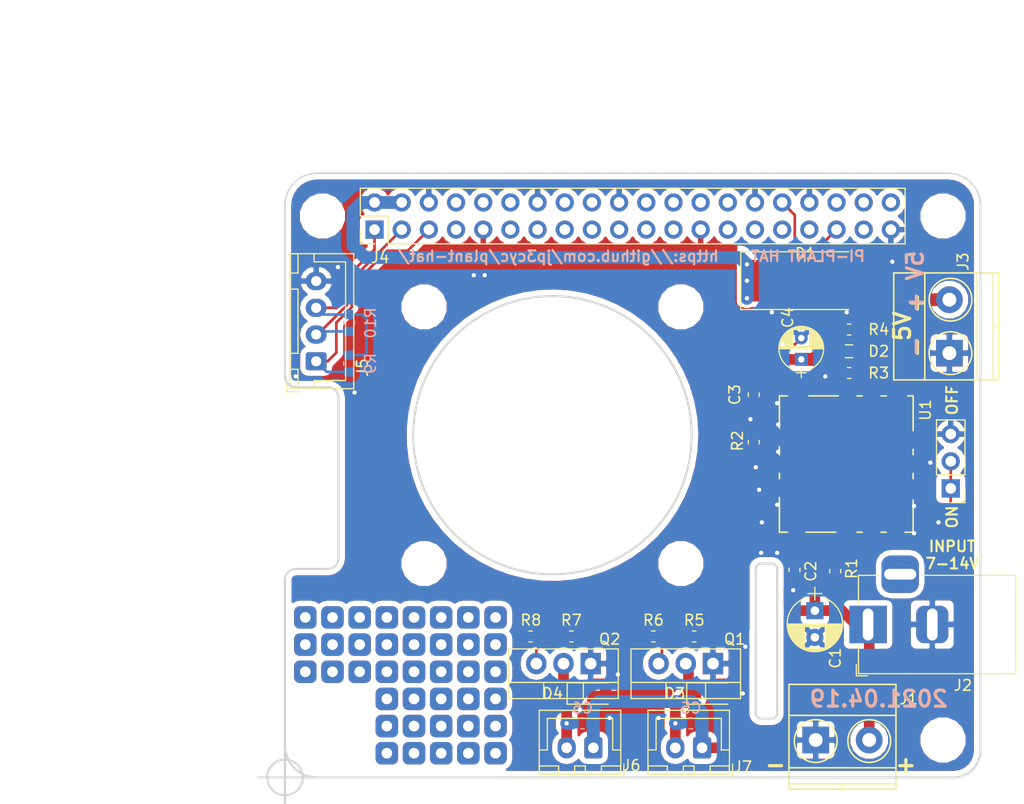
<source format=kicad_pcb>
(kicad_pcb (version 20171130) (host pcbnew "(5.0.2)-1")
  (layers (0 F.Cu signal) (31 B.Cu signal) (34 B.Paste user) (35 F.Paste user) (36 B.SilkS user) (37 F.SilkS user) (38 B.Mask user) (39 F.Mask user) (44 Edge.Cuts user))
  (net 0 "")
  (net 1 pi-02)
  (net 2 "Net-(D2-Pad2)")
  (net 3 pi-01)
  (net 4 "Net-(R1-Pad2)")
  (net 5 "Net-(R3-Pad1)")
  (net 6 "Net-(U1-Pad11)")
  (net 7 Vin)
  (net 8 GND)
  (net 9 /5V)
  (net 10 pi-03)
  (net 11 pi-05)
  (net 12 pi-32)
  (net 13 pi-35)
  (net 14 "Net-(Q1-Pad3)")
  (net 15 "Net-(Q2-Pad3)")
  (net 16 "Net-(C5-Pad2)")
  (net 17 "Net-(C6-Pad2)")
  (module universal:universal-1pin (layer F.Cu) (at 88.9 132.08)
    (fp_text reference "" hide)
    (fp_text value "" hide)
    (pad "" thru_hole roundrect (at 0 0) (size 2.1 2.1) (drill 1) (layers *.Cu *.Mask))
  )
  (module universal:universal-1pin (layer F.Cu) (at 88.9 134.62)
    (fp_text reference "" hide)
    (fp_text value "" hide)
    (pad "" thru_hole roundrect (at 0 0) (size 2.1 2.1) (drill 1) (layers *.Cu *.Mask))
  )
  (module universal:universal-1pin (layer F.Cu) (at 88.9 129.54)
    (fp_text reference "" hide)
    (fp_text value "" hide)
    (pad "" thru_hole roundrect (at 0 0) (size 2.1 2.1) (drill 1) (layers *.Cu *.Mask))
  )
  (module universal:universal-1pin (layer F.Cu) (at 91.44 129.54)
    (fp_text reference "" hide)
    (fp_text value "" hide)
    (pad "" thru_hole roundrect (at 0 0) (size 2.1 2.1) (drill 1) (layers *.Cu *.Mask))
  )
  (module universal:universal-1pin (layer F.Cu) (at 91.44 132.08)
    (fp_text reference "" hide)
    (fp_text value "" hide)
    (pad "" thru_hole roundrect (at 0 0) (size 2.1 2.1) (drill 1) (layers *.Cu *.Mask))
  )
  (module universal:universal-1pin (layer F.Cu) (at 91.44 134.62)
    (fp_text reference "" hide)
    (fp_text value "" hide)
    (pad "" thru_hole roundrect (at 0 0) (size 2.1 2.1) (drill 1) (layers *.Cu *.Mask))
  )
  (module universal:universal-1pin (layer F.Cu) (at 93.98 129.54)
    (fp_text reference "" hide)
    (fp_text value "" hide)
    (pad "" thru_hole roundrect (at 0 0) (size 2.1 2.1) (drill 1) (layers *.Cu *.Mask))
  )
  (module universal:universal-1pin (layer F.Cu) (at 93.98 132.08)
    (fp_text reference "" hide)
    (fp_text value "" hide)
    (pad "" thru_hole roundrect (at 0 0) (size 2.1 2.1) (drill 1) (layers *.Cu *.Mask))
  )
  (module universal:universal-1pin (layer F.Cu) (at 93.98 134.62)
    (fp_text reference "" hide)
    (fp_text value "" hide)
    (pad "" thru_hole roundrect (at 0 0) (size 2.1 2.1) (drill 1) (layers *.Cu *.Mask))
  )
  (module universal:universal-1pin (layer F.Cu) (at 101.6 129.54)
    (fp_text reference "" hide)
    (fp_text value "" hide)
    (pad "" thru_hole roundrect (at 0 0) (size 2.1 2.1) (drill 1) (layers *.Cu *.Mask))
  )
  (module universal:universal-1pin (layer F.Cu) (at 104.14 129.54)
    (fp_text reference "" hide)
    (fp_text value "" hide)
    (pad "" thru_hole roundrect (at 0 0) (size 2.1 2.1) (drill 1) (layers *.Cu *.Mask))
  )
  (module universal:universal-1pin (layer F.Cu) (at 106.68 129.54)
    (fp_text reference "" hide)
    (fp_text value "" hide)
    (pad "" thru_hole roundrect (at 0 0) (size 2.1 2.1) (drill 1) (layers *.Cu *.Mask))
  )
  (module universal:universal-1pin (layer F.Cu) (at 99.06 129.54)
    (fp_text reference "" hide)
    (fp_text value "" hide)
    (pad "" thru_hole roundrect (at 0 0) (size 2.1 2.1) (drill 1) (layers *.Cu *.Mask))
  )
  (module universal:universal-1pin (layer F.Cu) (at 96.52 129.54)
    (fp_text reference "" hide)
    (fp_text value "" hide)
    (pad "" thru_hole roundrect (at 0 0) (size 2.1 2.1) (drill 1) (layers *.Cu *.Mask))
  )
  (module universal:universal-1pin (layer F.Cu) (at 104.14 132.08)
    (fp_text reference "" hide)
    (fp_text value "" hide)
    (pad "" thru_hole roundrect (at 0 0) (size 2.1 2.1) (drill 1) (layers *.Cu *.Mask))
  )
  (module universal:universal-1pin (layer F.Cu) (at 101.6 132.08)
    (fp_text reference "" hide)
    (fp_text value "" hide)
    (pad "" thru_hole roundrect (at 0 0) (size 2.1 2.1) (drill 1) (layers *.Cu *.Mask))
  )
  (module universal:universal-1pin (layer F.Cu) (at 106.68 132.08)
    (fp_text reference "" hide)
    (fp_text value "" hide)
    (pad "" thru_hole roundrect (at 0 0) (size 2.1 2.1) (drill 1) (layers *.Cu *.Mask))
  )
  (module universal:universal-1pin (layer F.Cu) (at 99.06 132.08)
    (fp_text reference "" hide)
    (fp_text value "" hide)
    (pad "" thru_hole roundrect (at 0 0) (size 2.1 2.1) (drill 1) (layers *.Cu *.Mask))
  )
  (module universal:universal-1pin (layer F.Cu) (at 96.52 132.08)
    (fp_text reference "" hide)
    (fp_text value "" hide)
    (pad "" thru_hole roundrect (at 0 0) (size 2.1 2.1) (drill 1) (layers *.Cu *.Mask))
  )
  (module universal:universal-1pin (layer F.Cu) (at 101.6 134.62)
    (fp_text reference "" hide)
    (fp_text value "" hide)
    (pad "" thru_hole roundrect (at 0 0) (size 2.1 2.1) (drill 1) (layers *.Cu *.Mask))
  )
  (module universal:universal-1pin (layer F.Cu) (at 106.68 134.62)
    (fp_text reference "" hide)
    (fp_text value "" hide)
    (pad "" thru_hole roundrect (at 0 0) (size 2.1 2.1) (drill 1) (layers *.Cu *.Mask))
  )
  (module universal:universal-1pin (layer F.Cu) (at 99.06 134.62)
    (fp_text reference "" hide)
    (fp_text value "" hide)
    (pad "" thru_hole roundrect (at 0 0) (size 2.1 2.1) (drill 1) (layers *.Cu *.Mask))
  )
  (module universal:universal-1pin (layer F.Cu) (at 104.14 134.62)
    (fp_text reference "" hide)
    (fp_text value "" hide)
    (pad "" thru_hole roundrect (at 0 0) (size 2.1 2.1) (drill 1) (layers *.Cu *.Mask))
  )
  (module universal:universal-1pin (layer F.Cu) (at 96.52 134.62)
    (fp_text reference "" hide)
    (fp_text value "" hide)
    (pad "" thru_hole roundrect (at 0 0) (size 2.1 2.1) (drill 1) (layers *.Cu *.Mask))
  )
  (module universal:universal-1pin (layer F.Cu) (at 104.14 137.16)
    (fp_text reference "" hide)
    (fp_text value "" hide)
    (pad "" thru_hole roundrect (at 0 0) (size 2.1 2.1) (drill 1) (layers *.Cu *.Mask))
  )
  (module universal:universal-1pin (layer F.Cu) (at 99.06 137.16)
    (fp_text reference "" hide)
    (fp_text value "" hide)
    (pad "" thru_hole roundrect (at 0 0) (size 2.1 2.1) (drill 1) (layers *.Cu *.Mask))
  )
  (module universal:universal-1pin (layer F.Cu) (at 101.6 137.16)
    (fp_text reference "" hide)
    (fp_text value "" hide)
    (pad "" thru_hole roundrect (at 0 0) (size 2.1 2.1) (drill 1) (layers *.Cu *.Mask))
  )
  (module universal:universal-1pin (layer F.Cu) (at 96.52 137.16)
    (fp_text reference "" hide)
    (fp_text value "" hide)
    (pad "" thru_hole roundrect (at 0 0) (size 2.1 2.1) (drill 1) (layers *.Cu *.Mask))
  )
  (module universal:universal-1pin (layer F.Cu) (at 106.68 137.16)
    (fp_text reference "" hide)
    (fp_text value "" hide)
    (pad "" thru_hole roundrect (at 0 0) (size 2.1 2.1) (drill 1) (layers *.Cu *.Mask))
  )
  (module universal:universal-1pin (layer F.Cu) (at 104.14 139.7)
    (fp_text reference "" hide)
    (fp_text value "" hide)
    (pad "" thru_hole roundrect (at 0 0) (size 2.1 2.1) (drill 1) (layers *.Cu *.Mask))
  )
  (module universal:universal-1pin (layer F.Cu) (at 101.6 139.7)
    (fp_text reference "" hide)
    (fp_text value "" hide)
    (pad "" thru_hole roundrect (at 0 0) (size 2.1 2.1) (drill 1) (layers *.Cu *.Mask))
  )
  (module universal:universal-1pin (layer F.Cu) (at 99.06 139.7)
    (fp_text reference "" hide)
    (fp_text value "" hide)
    (pad "" thru_hole roundrect (at 0 0) (size 2.1 2.1) (drill 1) (layers *.Cu *.Mask))
  )
  (module universal:universal-1pin (layer F.Cu) (at 96.52 139.7)
    (fp_text reference "" hide)
    (fp_text value "" hide)
    (pad "" thru_hole roundrect (at 0 0) (size 2.1 2.1) (drill 1) (layers *.Cu *.Mask))
  )
  (module universal:universal-1pin (layer F.Cu) (at 106.68 139.7)
    (fp_text reference "" hide)
    (fp_text value "" hide)
    (pad "" thru_hole roundrect (at 0 0) (size 2.1 2.1) (drill 1) (layers *.Cu *.Mask))
  )
  (module universal:universal-1pin (layer F.Cu) (at 106.68 142.24)
    (fp_text reference "" hide)
    (fp_text value "" hide)
    (pad "" thru_hole roundrect (at 0 0) (size 2.1 2.1) (drill 1) (layers *.Cu *.Mask))
  )
  (module universal:universal-1pin (layer F.Cu) (at 104.14 142.24)
    (fp_text reference "" hide)
    (fp_text value "" hide)
    (pad "" thru_hole roundrect (at 0 0) (size 2.1 2.1) (drill 1) (layers *.Cu *.Mask))
  )
  (module universal:universal-1pin (layer F.Cu) (at 101.6 142.24)
    (fp_text reference "" hide)
    (fp_text value "" hide)
    (pad "" thru_hole roundrect (at 0 0) (size 2.1 2.1) (drill 1) (layers *.Cu *.Mask))
  )
  (module universal:universal-1pin (layer F.Cu) (at 99.06 142.24)
    (fp_text reference "" hide)
    (fp_text value "" hide)
    (pad "" thru_hole roundrect (at 0 0) (size 2.1 2.1) (drill 1) (layers *.Cu *.Mask))
  )
  (module Resistor_SMD:R_0603_1608Metric (layer F.Cu) (at 139.7255 102.616)
    (fp_text reference R4 (at 2.7685 0) (layer F.SilkS))
    (fp_text value 1k)
    (pad 2 smd roundrect (at 0.7875 0) (size 0.875 0.95) (layers F.Cu F.Paste F.Mask) (net 2 "Net-(D2-Pad2)"))
    (pad 1 smd roundrect (at -0.7875 0) (size 0.875 0.95) (layers F.Cu F.Paste F.Mask) (net 9 /5V))
  )
  (module Capacitor_SMD:C_0603_1608Metric (layer B.Cu) (at 114.808 139.446 180)
    (fp_text reference C6 (at 0 1.43 180) (layer B.SilkS) (effects (justify mirror)))
    (fp_text value 0.1u)
    (pad 2 smd roundrect (at 0.7875 0 180) (size 0.875 0.95) (layers B.Cu B.Paste B.Mask) (net 17 "Net-(C6-Pad2)"))
    (pad 1 smd roundrect (at -0.7875 0 180) (size 0.875 0.95) (layers B.Cu B.Paste B.Mask) (net 7 Vin))
  )
  (module MountingHole:MountingHole_3.2mm_M3 (layer F.Cu) (at 100 124.5)
    (fp_text reference REF** hide)
    (fp_text value MountingHole_3.2mm_M3)
    (pad 1 np_thru_hole circle (at 0 0) (size 3.2 3.2) (drill 3.2) (layers *.Cu *.Mask))
  )
  (module MountingHole:MountingHole_3.2mm_M3 (layer F.Cu) (at 100 100.5)
    (fp_text reference REF** hide)
    (fp_text value MountingHole_3.2mm_M3 hide)
    (pad 1 np_thru_hole circle (at 0 0) (size 3.2 3.2) (drill 3.2) (layers *.Cu *.Mask))
  )
  (module MountingHole:MountingHole_3.2mm_M3 (layer F.Cu) (at 124 124.5)
    (fp_text reference REF** hide)
    (fp_text value MountingHole_3.2mm_M3)
    (pad 1 np_thru_hole circle (at 0 0) (size 3.2 3.2) (drill 3.2) (layers *.Cu *.Mask))
  )
  (module MountingHole:MountingHole_3.2mm_M3 (layer F.Cu) (at 124 100.5)
    (fp_text reference REF** hide)
    (fp_text value MountingHole_3.2mm_M3 hide)
    (pad 1 np_thru_hole circle (at 0 0) (size 3.2 3.2) (drill 3.2) (layers *.Cu *.Mask))
  )
  (module murata_dcdc:OKL_T3_W12 (layer F.Cu) (at 138.43 115.57 90)
    (fp_text reference U1 (at 5.43 8.425 90) (layer F.SilkS))
    (fp_text value OKL_T3_W12)
    (pad 2 smd rect (at -3.03 -3.48 90) (size 4.07 1.77) (layers F.Cu F.Paste F.Mask) (net 7 Vin))
    (pad 3 smd rect (at 1.55 -3.48 90) (size 4.07 1.77) (layers F.Cu F.Paste F.Mask) (net 8 GND))
    (pad 4 smd rect (at 4.99 -2.33 180) (size 4.07 1.77) (layers F.Cu F.Paste F.Mask) (net 9 /5V))
    (pad 1 smd rect (at -5.2 1.1 90) (size 3 1.2) (layers F.Cu F.Paste F.Mask) (net 4 "Net-(R1-Pad2)"))
    (pad 10 smd rect (at -5.2 3.39 90) (size 3 1.2) (layers F.Cu F.Paste F.Mask))
    (pad 9 smd rect (at -5.2 5.68 90) (size 3 1.2) (layers F.Cu F.Paste F.Mask))
    (pad 8 smd rect (at -1.89 6.58 180) (size 3 1.2) (layers F.Cu F.Paste F.Mask))
    (pad 7 smd rect (at 0.4 6.58 180) (size 3 1.2) (layers F.Cu F.Paste F.Mask) (net 8 GND))
    (pad 12 smd rect (at 2.69 6.58) (size 3 1.2) (layers F.Cu F.Paste F.Mask))
    (pad 5 smd rect (at 6 1.1 90) (size 3 1.2) (layers F.Cu F.Paste F.Mask) (net 9 /5V))
    (pad 6 smd rect (at 6 5.68 90) (size 3 1.2) (layers F.Cu F.Paste F.Mask) (net 5 "Net-(R3-Pad1)"))
    (pad 11 smd rect (at 6.75 3.39 90) (size 1.5 1.2) (layers F.Cu F.Paste F.Mask) (net 6 "Net-(U1-Pad11)"))
    (pad 11 smd rect (at 5 3.39 90) (size 1 1.2) (layers F.Cu F.Paste F.Mask) (net 6 "Net-(U1-Pad11)"))
    (pad 2 smd rect (at -5.88 -3.48 90) (size 1.63 1.2) (layers F.Cu F.Paste F.Mask) (net 7 Vin))
    (pad 2 smd rect (at -1.87 -5.18 180) (size 1.63 1.2) (layers F.Cu F.Paste F.Mask) (net 7 Vin))
    (pad 3 smd rect (at 0.42 -5.18 180) (size 1.63 1.2) (layers F.Cu F.Paste F.Mask) (net 8 GND))
    (pad 3 smd rect (at 2.71 -5.18 180) (size 1.63 1.2) (layers F.Cu F.Paste F.Mask) (net 8 GND))
    (pad 4 smd rect (at 6.69 -3.48 90) (size 1.63 1.2) (layers F.Cu F.Paste F.Mask) (net 9 /5V))
  )
  (module MountingHole:MountingHole_3.2mm_M3 (layer F.Cu) (at 148.5 92)
    (fp_text reference REF** hide)
    (fp_text value MountingHole_3.2mm_M3)
    (pad 1 np_thru_hole circle (at 0 0) (size 3.2 3.2) (drill 3.2) (layers *.Cu *.Mask))
  )
  (module MountingHole:MountingHole_3.2mm_M3 (layer F.Cu) (at 90.5 92)
    (fp_text reference REF** hide)
    (fp_text value MountingHole_3.2mm_M3)
    (pad 1 np_thru_hole circle (at 0 0) (size 3.2 3.2) (drill 3.2) (layers *.Cu *.Mask))
  )
  (module MountingHole:MountingHole_3.2mm_M3 (layer F.Cu) (at 90.5 141)
    (fp_text reference REF** hide)
    (fp_text value MountingHole_3.2mm_M3)
    (pad 1 np_thru_hole circle (at 0 0) (size 3.2 3.2) (drill 3.2) (layers *.Cu *.Mask))
  )
  (module Capacitors_THT:CP_Radial_D5.0mm_P2.50mm (layer F.Cu) (at 136.525 128.905 270)
    (fp_text reference C1 (at 4.445 -1.905 270) (layer F.SilkS))
    (fp_text value 22u)
    (pad 1 thru_hole rect (at 0 0 270) (size 1.6 1.6) (drill 0.8) (layers *.Cu *.Mask) (net 7 Vin))
    (pad 2 thru_hole circle (at 2.5 0 270) (size 1.6 1.6) (drill 0.8) (layers *.Cu *.Mask) (net 8 GND))
  )
  (module Capacitors_THT:CP_Radial_D4.0mm_P2.00mm (layer F.Cu) (at 135.255 105.41 90)
    (fp_text reference C4 (at 3.905 -1.27 90) (layer F.SilkS))
    (fp_text value 10u)
    (pad 1 thru_hole rect (at 0 0 90) (size 1.2 1.2) (drill 0.6) (layers *.Cu *.Mask) (net 9 /5V))
    (pad 2 thru_hole circle (at 2 0 90) (size 1.2 1.2) (drill 0.6) (layers *.Cu *.Mask) (net 8 GND))
  )
  (module Diodes_SMD:D_3220 (layer F.Cu) (at 135.7 98.044)
    (fp_text reference D1 (at -0.064 -2.54) (layer F.SilkS))
    (fp_text value D)
    (pad 1 smd rect (at -4 0 90) (size 3.9 3.9) (layers F.Cu F.Paste F.Mask) (net 1 pi-02))
    (pad 2 smd rect (at 4 0 90) (size 3.9 3.9) (layers F.Cu F.Paste F.Mask) (net 9 /5V))
  )
  (module Capacitors_SMD:C_0603 (layer F.Cu) (at 139.712 104.648)
    (fp_text reference D2 (at 2.782 0) (layer F.SilkS))
    (fp_text value ON-LINE)
    (pad 2 smd rect (at 0.75 0) (size 0.8 0.75) (layers F.Cu F.Paste F.Mask) (net 2 "Net-(D2-Pad2)"))
    (pad 1 smd rect (at -0.75 0) (size 0.8 0.75) (layers F.Cu F.Paste F.Mask) (net 8 GND))
  )
  (module Connectors_Terminal_Blocks:TerminalBlock_Pheonix_MKDS1.5-2pol (layer F.Cu) (at 136.605 141)
    (fp_text reference J1 (at 8.683 -3.84 -180) (layer F.SilkS))
    (fp_text value Battery)
    (pad 2 thru_hole circle (at 5 0) (size 2.5 2.5) (drill 1.3) (layers *.Cu *.Mask) (net 7 Vin))
    (pad 1 thru_hole rect (at 0 0) (size 2.5 2.5) (drill 1.3) (layers *.Cu *.Mask) (net 8 GND))
  )
  (module Pin_Headers:Pin_Header_Straight_2x20_Pitch2.54mm (layer F.Cu) (at 95.37 93.27 90)
    (fp_text reference J4 (at -2.615 0.515 180) (layer F.SilkS))
    (fp_text value "Raspi GPIO")
    (pad 1 thru_hole rect (at 0 0 90) (size 1.7 1.7) (drill 1) (layers *.Cu *.Mask) (net 3 pi-01))
    (pad 2 thru_hole oval (at 2.54 0 90) (size 1.7 1.7) (drill 1) (layers *.Cu *.Mask) (net 1 pi-02))
    (pad 3 thru_hole oval (at 0 2.54 90) (size 1.7 1.7) (drill 1) (layers *.Cu *.Mask) (net 10 pi-03))
    (pad 4 thru_hole oval (at 2.54 2.54 90) (size 1.7 1.7) (drill 1) (layers *.Cu *.Mask) (net 1 pi-02))
    (pad 5 thru_hole oval (at 0 5.08 90) (size 1.7 1.7) (drill 1) (layers *.Cu *.Mask) (net 11 pi-05))
    (pad 6 thru_hole oval (at 2.54 5.08 90) (size 1.7 1.7) (drill 1) (layers *.Cu *.Mask) (net 8 GND))
    (pad 7 thru_hole oval (at 0 7.62 90) (size 1.7 1.7) (drill 1) (layers *.Cu *.Mask))
    (pad 8 thru_hole oval (at 2.54 7.62 90) (size 1.7 1.7) (drill 1) (layers *.Cu *.Mask))
    (pad 9 thru_hole oval (at 0 10.16 90) (size 1.7 1.7) (drill 1) (layers *.Cu *.Mask) (net 8 GND))
    (pad 10 thru_hole oval (at 2.54 10.16 90) (size 1.7 1.7) (drill 1) (layers *.Cu *.Mask))
    (pad 11 thru_hole oval (at 0 12.7 90) (size 1.7 1.7) (drill 1) (layers *.Cu *.Mask))
    (pad 12 thru_hole oval (at 2.54 12.7 90) (size 1.7 1.7) (drill 1) (layers *.Cu *.Mask))
    (pad 13 thru_hole oval (at 0 15.24 90) (size 1.7 1.7) (drill 1) (layers *.Cu *.Mask))
    (pad 14 thru_hole oval (at 2.54 15.24 90) (size 1.7 1.7) (drill 1) (layers *.Cu *.Mask) (net 8 GND))
    (pad 15 thru_hole oval (at 0 17.78 90) (size 1.7 1.7) (drill 1) (layers *.Cu *.Mask))
    (pad 16 thru_hole oval (at 2.54 17.78 90) (size 1.7 1.7) (drill 1) (layers *.Cu *.Mask))
    (pad 17 thru_hole oval (at 0 20.32 90) (size 1.7 1.7) (drill 1) (layers *.Cu *.Mask) (net 3 pi-01))
    (pad 18 thru_hole oval (at 2.54 20.32 90) (size 1.7 1.7) (drill 1) (layers *.Cu *.Mask))
    (pad 19 thru_hole oval (at 0 22.86 90) (size 1.7 1.7) (drill 1) (layers *.Cu *.Mask))
    (pad 20 thru_hole oval (at 2.54 22.86 90) (size 1.7 1.7) (drill 1) (layers *.Cu *.Mask) (net 8 GND))
    (pad 21 thru_hole oval (at 0 25.4 90) (size 1.7 1.7) (drill 1) (layers *.Cu *.Mask))
    (pad 22 thru_hole oval (at 2.54 25.4 90) (size 1.7 1.7) (drill 1) (layers *.Cu *.Mask))
    (pad 23 thru_hole oval (at 0 27.94 90) (size 1.7 1.7) (drill 1) (layers *.Cu *.Mask))
    (pad 24 thru_hole oval (at 2.54 27.94 90) (size 1.7 1.7) (drill 1) (layers *.Cu *.Mask))
    (pad 25 thru_hole oval (at 0 30.48 90) (size 1.7 1.7) (drill 1) (layers *.Cu *.Mask) (net 8 GND))
    (pad 26 thru_hole oval (at 2.54 30.48 90) (size 1.7 1.7) (drill 1) (layers *.Cu *.Mask))
    (pad 27 thru_hole oval (at 0 33.02 90) (size 1.7 1.7) (drill 1) (layers *.Cu *.Mask))
    (pad 28 thru_hole oval (at 2.54 33.02 90) (size 1.7 1.7) (drill 1) (layers *.Cu *.Mask))
    (pad 29 thru_hole oval (at 0 35.56 90) (size 1.7 1.7) (drill 1) (layers *.Cu *.Mask))
    (pad 30 thru_hole oval (at 2.54 35.56 90) (size 1.7 1.7) (drill 1) (layers *.Cu *.Mask) (net 8 GND))
    (pad 31 thru_hole oval (at 0 38.1 90) (size 1.7 1.7) (drill 1) (layers *.Cu *.Mask))
    (pad 32 thru_hole oval (at 2.54 38.1 90) (size 1.7 1.7) (drill 1) (layers *.Cu *.Mask) (net 12 pi-32))
    (pad 33 thru_hole oval (at 0 40.64 90) (size 1.7 1.7) (drill 1) (layers *.Cu *.Mask))
    (pad 34 thru_hole oval (at 2.54 40.64 90) (size 1.7 1.7) (drill 1) (layers *.Cu *.Mask) (net 8 GND))
    (pad 35 thru_hole oval (at 0 43.18 90) (size 1.7 1.7) (drill 1) (layers *.Cu *.Mask) (net 13 pi-35))
    (pad 36 thru_hole oval (at 2.54 43.18 90) (size 1.7 1.7) (drill 1) (layers *.Cu *.Mask))
    (pad 37 thru_hole oval (at 0 45.72 90) (size 1.7 1.7) (drill 1) (layers *.Cu *.Mask))
    (pad 38 thru_hole oval (at 2.54 45.72 90) (size 1.7 1.7) (drill 1) (layers *.Cu *.Mask))
    (pad 39 thru_hole oval (at 0 48.26 90) (size 1.7 1.7) (drill 1) (layers *.Cu *.Mask) (net 8 GND))
    (pad 40 thru_hole oval (at 2.54 48.26 90) (size 1.7 1.7) (drill 1) (layers *.Cu *.Mask))
  )
  (module Connectors_Terminal_Blocks:TerminalBlock_Pheonix_MKDS1.5-2pol (layer F.Cu) (at 149.098 104.822 90)
    (fp_text reference J3 (at 8.556 1.27 90) (layer F.SilkS))
    (fp_text value 5V)
    (pad 1 thru_hole rect (at 0 0 90) (size 2.5 2.5) (drill 1.3) (layers *.Cu *.Mask) (net 8 GND))
    (pad 2 thru_hole circle (at 5 0 90) (size 2.5 2.5) (drill 1.3) (layers *.Cu *.Mask) (net 9 /5V))
  )
  (module Pin_Headers:Pin_Header_Straight_1x03_Pitch2.54mm (layer F.Cu) (at 149.225 117.475 180)
    (fp_text reference SW1 hide)
    (fp_text value ON/OFF)
    (pad 1 thru_hole rect (at 0 0 180) (size 1.7 1.7) (drill 1) (layers *.Cu *.Mask) (net 4 "Net-(R1-Pad2)"))
    (pad 2 thru_hole oval (at 0 2.54 180) (size 1.7 1.7) (drill 1) (layers *.Cu *.Mask) (net 4 "Net-(R1-Pad2)"))
    (pad 3 thru_hole oval (at 0 5.08 180) (size 1.7 1.7) (drill 1) (layers *.Cu *.Mask) (net 8 GND))
  )
  (module Connector_BarrelJack:BarrelJack_Horizontal (layer F.Cu) (at 141.5 130.2 180)
    (fp_text reference J2 (at -8.868 -5.69 180) (layer F.SilkS))
    (fp_text value Jack-DC)
    (pad 1 thru_hole rect (at 0 0 180) (size 3.5 3.5) (drill oval 1 3) (layers *.Cu *.Mask) (net 7 Vin))
    (pad 2 thru_hole roundrect (at -6 0 180) (size 3 3.5) (drill oval 1 3) (layers *.Cu *.Mask) (net 8 GND))
    (pad 3 thru_hole roundrect (at -3 4.7 180) (size 3.5 3.5) (drill oval 3 1) (layers *.Cu *.Mask))
  )
  (module MountingHole:MountingHole_3.2mm_M3 (layer F.Cu) (at 148.5 141)
    (fp_text reference REF** hide)
    (fp_text value MountingHole_3.2mm_M3)
    (pad 1 np_thru_hole circle (at 0 0) (size 3.2 3.2) (drill 3.2) (layers *.Cu *.Mask))
  )
  (module Connector_JST:JST_XH_B02B-XH-A_1x02_P2.50mm_Vertical (layer F.Cu) (at 115.824 141.732 180)
    (fp_text reference J6 (at -3.556 -1.651 180) (layer F.SilkS))
    (fp_text value Motor)
    (pad 2 thru_hole oval (at 2.5 0 180) (size 1.7 2) (drill 1) (layers *.Cu *.Mask) (net 17 "Net-(C6-Pad2)"))
    (pad 1 thru_hole roundrect (at 0 0 180) (size 1.7 2) (drill 1) (layers *.Cu *.Mask) (roundrect_rratio 0.147059) (net 7 Vin))
  )
  (module Connector_JST:JST_XH_B04B-XH-A_1x04_P2.50mm_Vertical (layer F.Cu) (at 89.916 105.584 90)
    (fp_text reference J5 (at -0.588 4.318 90) (layer F.SilkS))
    (fp_text value I2C)
    (pad 1 thru_hole roundrect (at 0 0 90) (size 1.7 1.95) (drill 0.95) (layers *.Cu *.Mask) (roundrect_rratio 0.147059) (net 11 pi-05))
    (pad 2 thru_hole oval (at 2.5 0 90) (size 1.7 1.95) (drill 0.95) (layers *.Cu *.Mask) (net 10 pi-03))
    (pad 3 thru_hole oval (at 5 0 90) (size 1.7 1.95) (drill 0.95) (layers *.Cu *.Mask) (net 3 pi-01))
    (pad 4 thru_hole oval (at 7.5 0 90) (size 1.7 1.95) (drill 0.95) (layers *.Cu *.Mask) (net 8 GND))
  )
  (module Connector_JST:JST_XH_B02B-XH-A_1x02_P2.50mm_Vertical (layer F.Cu) (at 125.984 141.732 180)
    (fp_text reference J7 (at -3.81 -1.778 180) (layer F.SilkS))
    (fp_text value Motor)
    (pad 1 thru_hole roundrect (at 0 0 180) (size 1.7 2) (drill 1) (layers *.Cu *.Mask) (roundrect_rratio 0.147059) (net 7 Vin))
    (pad 2 thru_hole oval (at 2.5 0 180) (size 1.7 2) (drill 1) (layers *.Cu *.Mask) (net 16 "Net-(C5-Pad2)"))
  )
  (module Package_TO_SOT_THT:TO-220-3_Vertical (layer F.Cu) (at 127 133.858 180)
    (fp_text reference Q1 (at -2.032 2.286 180) (layer F.SilkS))
    (fp_text value 2SC4811)
    (pad 1 thru_hole rect (at 0 0 180) (size 1.905 2) (drill 1.1) (layers *.Cu *.Mask) (net 8 GND))
    (pad 2 thru_hole oval (at 2.54 0 180) (size 1.905 2) (drill 1.1) (layers *.Cu *.Mask) (net 16 "Net-(C5-Pad2)"))
    (pad 3 thru_hole oval (at 5.08 0 180) (size 1.905 2) (drill 1.1) (layers *.Cu *.Mask) (net 14 "Net-(Q1-Pad3)"))
  )
  (module Package_TO_SOT_THT:TO-220-3_Vertical (layer F.Cu) (at 115.57 133.858 180)
    (fp_text reference Q2 (at -1.778 2.286 180) (layer F.SilkS))
    (fp_text value 2SC4811)
    (pad 3 thru_hole oval (at 5.08 0 180) (size 1.905 2) (drill 1.1) (layers *.Cu *.Mask) (net 15 "Net-(Q2-Pad3)"))
    (pad 2 thru_hole oval (at 2.54 0 180) (size 1.905 2) (drill 1.1) (layers *.Cu *.Mask) (net 17 "Net-(C6-Pad2)"))
    (pad 1 thru_hole rect (at 0 0 180) (size 1.905 2) (drill 1.1) (layers *.Cu *.Mask) (net 8 GND))
  )
  (module Diode_SMD:D_SOD-123F (layer F.Cu) (at 126.746 136.652)
    (fp_text reference D3 (at -3.302 0) (layer F.SilkS))
    (fp_text value SS2040FL)
    (pad 2 smd rect (at 1.4 0) (size 1.1 1.1) (layers F.Cu F.Paste F.Mask) (net 8 GND))
    (pad 1 smd rect (at -1.4 0) (size 1.1 1.1) (layers F.Cu F.Paste F.Mask) (net 16 "Net-(C5-Pad2)"))
  )
  (module Diode_SMD:D_SOD-123F (layer F.Cu) (at 115.57 136.652)
    (fp_text reference D4 (at -3.556 0) (layer F.SilkS))
    (fp_text value SS2040FL)
    (pad 1 smd rect (at -1.4 0) (size 1.1 1.1) (layers F.Cu F.Paste F.Mask) (net 17 "Net-(C6-Pad2)"))
    (pad 2 smd rect (at 1.4 0) (size 1.1 1.1) (layers F.Cu F.Paste F.Mask) (net 8 GND))
  )
  (module Capacitor_SMD:C_0603_1608Metric (layer B.Cu) (at 124.9425 139.446 180)
    (fp_text reference C5 (at 0 1.43 180) (layer B.SilkS) (effects (justify mirror)))
    (fp_text value 0.1u)
    (pad 1 smd roundrect (at -0.7875 0 180) (size 0.875 0.95) (layers B.Cu B.Paste B.Mask) (net 7 Vin))
    (pad 2 smd roundrect (at 0.7875 0 180) (size 0.875 0.95) (layers B.Cu B.Paste B.Mask) (net 16 "Net-(C5-Pad2)"))
  )
  (module Capacitor_SMD:C_0603_1608Metric (layer F.Cu) (at 134.62 125.095 90)
    (fp_text reference C2 (at -0.127 1.524 90) (layer F.SilkS))
    (fp_text value 0.1u)
    (pad 2 smd roundrect (at 0.7875 0 90) (size 0.875 0.95) (layers F.Cu F.Paste F.Mask) (net 7 Vin))
    (pad 1 smd roundrect (at -0.7875 0 90) (size 0.875 0.95) (layers F.Cu F.Paste F.Mask) (net 8 GND))
  )
  (module Capacitor_SMD:C_0603_1608Metric (layer F.Cu) (at 130.81 108.7 270)
    (fp_text reference C3 (at 0.012 1.778 270) (layer F.SilkS))
    (fp_text value 0.1u)
    (pad 1 smd roundrect (at -0.7875 0 270) (size 0.875 0.95) (layers F.Cu F.Paste F.Mask) (net 9 /5V))
    (pad 2 smd roundrect (at 0.7875 0 270) (size 0.875 0.95) (layers F.Cu F.Paste F.Mask) (net 8 GND))
  )
  (module Resistor_SMD:R_0603_1608Metric (layer F.Cu) (at 138.43 125.21 90)
    (fp_text reference R1 (at 0.242 1.524 90) (layer F.SilkS))
    (fp_text value 20k)
    (pad 1 smd roundrect (at -0.7875 0 90) (size 0.875 0.95) (layers F.Cu F.Paste F.Mask) (net 7 Vin))
    (pad 2 smd roundrect (at 0.7875 0 90) (size 0.875 0.95) (layers F.Cu F.Paste F.Mask) (net 4 "Net-(R1-Pad2)"))
  )
  (module Resistor_SMD:R_0603_1608Metric (layer F.Cu) (at 130.81 113.145 270)
    (fp_text reference R2 (at -0.115 1.524 270) (layer F.SilkS))
    (fp_text value 1.2k)
    (pad 1 smd roundrect (at -0.7875 0 270) (size 0.875 0.95) (layers F.Cu F.Paste F.Mask) (net 9 /5V))
    (pad 2 smd roundrect (at 0.7875 0 270) (size 0.875 0.95) (layers F.Cu F.Paste F.Mask) (net 8 GND))
  )
  (module Resistor_SMD:R_0603_1608Metric (layer F.Cu) (at 139.7255 106.68 180)
    (fp_text reference R3 (at -2.7685 0 180) (layer F.SilkS))
    (fp_text value 1.33k)
    (pad 2 smd roundrect (at 0.7875 0 180) (size 0.875 0.95) (layers F.Cu F.Paste F.Mask) (net 8 GND))
    (pad 1 smd roundrect (at -0.7875 0 180) (size 0.875 0.95) (layers F.Cu F.Paste F.Mask) (net 5 "Net-(R3-Pad1)"))
  )
  (module Resistor_SMD:R_0603_1608Metric (layer F.Cu) (at 125.2475 131.318)
    (fp_text reference R5 (at 0 -1.524) (layer F.SilkS))
    (fp_text value R)
    (pad 1 smd roundrect (at -0.7875 0) (size 0.875 0.95) (layers F.Cu F.Paste F.Mask) (net 14 "Net-(Q1-Pad3)"))
    (pad 2 smd roundrect (at 0.7875 0) (size 0.875 0.95) (layers F.Cu F.Paste F.Mask) (net 13 pi-35))
  )
  (module Resistor_SMD:R_0603_1608Metric (layer F.Cu) (at 121.4375 131.318 180)
    (fp_text reference R6 (at 0 1.524 180) (layer F.SilkS))
    (fp_text value R)
    (pad 2 smd roundrect (at 0.7875 0 180) (size 0.875 0.95) (layers F.Cu F.Paste F.Mask) (net 8 GND))
    (pad 1 smd roundrect (at -0.7875 0 180) (size 0.875 0.95) (layers F.Cu F.Paste F.Mask) (net 14 "Net-(Q1-Pad3)"))
  )
  (module Resistor_SMD:R_0603_1608Metric (layer F.Cu) (at 113.7665 131.318)
    (fp_text reference R7 (at 0 -1.524) (layer F.SilkS))
    (fp_text value R)
    (pad 1 smd roundrect (at -0.7875 0) (size 0.875 0.95) (layers F.Cu F.Paste F.Mask) (net 15 "Net-(Q2-Pad3)"))
    (pad 2 smd roundrect (at 0.7875 0) (size 0.875 0.95) (layers F.Cu F.Paste F.Mask) (net 12 pi-32))
  )
  (module Resistor_SMD:R_0603_1608Metric (layer F.Cu) (at 109.9565 131.318 180)
    (fp_text reference R8 (at -0.0255 1.524 180) (layer F.SilkS))
    (fp_text value R)
    (pad 2 smd roundrect (at 0.7875 0 180) (size 0.875 0.95) (layers F.Cu F.Paste F.Mask) (net 8 GND))
    (pad 1 smd roundrect (at -0.7875 0 180) (size 0.875 0.95) (layers F.Cu F.Paste F.Mask) (net 15 "Net-(Q2-Pad3)"))
  )
  (module Resistor_SMD:R_0603_1608Metric (layer B.Cu) (at 93 105.7875 270)
    (fp_text reference R9 (at 0 -1.996 270) (layer B.SilkS) (effects (justify mirror)))
    (fp_text value 2.2k)
    (pad 1 smd roundrect (at -0.7875 0 270) (size 0.875 0.95) (layers B.Cu B.Paste B.Mask) (net 3 pi-01))
    (pad 2 smd roundrect (at 0.7875 0 270) (size 0.875 0.95) (layers B.Cu B.Paste B.Mask) (net 11 pi-05))
  )
  (module Resistor_SMD:R_0603_1608Metric (layer B.Cu) (at 93 102 270)
    (fp_text reference R10 (at 0 -1.996 270) (layer B.SilkS) (effects (justify mirror)))
    (fp_text value 2.2k)
    (pad 2 smd roundrect (at 0.7875 0 270) (size 0.875 0.95) (layers B.Cu B.Paste B.Mask) (net 10 pi-03))
    (pad 1 smd roundrect (at -0.7875 0 270) (size 0.875 0.95) (layers B.Cu B.Paste B.Mask) (net 3 pi-01))
  )
  (module universal:universal-1pin (layer F.Cu) (at 96.52 142.24)
    (fp_text reference "" hide)
    (fp_text value "" hide)
    (pad "" thru_hole roundrect (at 0 0) (size 2.1 2.1) (drill 1) (layers *.Cu *.Mask))
  )
  (target plus (at 87 144.5) (size 5) (width 0.2) (layer Edge.Cuts))
  (gr_text OFF (at 149.352 109.22 90) (layer F.SilkS) (effects (font (size 1 1) (thickness 0.2))))
  (gr_text 5V (at 144.7 102.3 90) (layer F.SilkS) (effects (font (size 1.5 1.5) (thickness 0.3))))
  (gr_text + (at 145.034 143.51 180) (layer F.SilkS) (effects (font (size 1.5 1.5) (thickness 0.3))))
  (gr_arc (start 132.5 125) (end 133 125) (angle -90) (layer Edge.Cuts) (width 0.2))
  (gr_arc (start 131.5 125) (end 131.5 124.5) (angle -90) (layer Edge.Cuts) (width 0.2))
  (gr_arc (start 131.5 138.5) (end 131 138.5) (angle -90) (layer Edge.Cuts) (width 0.2))
  (gr_arc (start 132.5 138.5) (end 132.5 139) (angle -90) (layer Edge.Cuts) (width 0.2))
  (gr_circle (center 112 112.5) (end 125.009612 112.5) (layer Edge.Cuts) (width 0.2))
  (gr_line (start 131.5 139) (end 132.5 139) (layer Edge.Cuts) (width 0.2))
  (gr_line (start 131 125) (end 131 138.5) (layer Edge.Cuts) (width 0.2))
  (gr_line (start 132.5 124.5) (end 131.5 124.5) (layer Edge.Cuts) (width 0.2))
  (gr_line (start 133 138.5) (end 133 125) (layer Edge.Cuts) (width 0.2))
  (gr_arc (start 90 141.5) (end 87 141.5) (angle -90) (layer Edge.Cuts) (width 0.2))
  (gr_arc (start 149.5 142) (end 149.5 144.5) (angle -90) (layer Edge.Cuts) (width 0.2))
  (gr_arc (start 88 126) (end 88 125) (angle -90) (layer Edge.Cuts) (width 0.2))
  (gr_arc (start 91 124) (end 91 125) (angle -90) (layer Edge.Cuts) (width 0.2))
  (gr_line (start 152 142) (end 152 91) (layer Edge.Cuts) (width 0.2))
  (gr_line (start 90 144.5) (end 149.5 144.5) (layer Edge.Cuts) (width 0.2))
  (gr_line (start 87 126) (end 87 141.5) (layer Edge.Cuts) (width 0.2))
  (gr_line (start 91 125) (end 88 125) (layer Edge.Cuts) (width 0.2))
  (gr_line (start 92 109) (end 92 124) (layer Edge.Cuts) (width 0.2))
  (gr_text - (at 132.842 143.51 180) (layer F.SilkS) (effects (font (size 1.5 1.5) (thickness 0.3))))
  (gr_text "INPUT\n7-14V" (at 149.352 123.698) (layer F.SilkS) (effects (font (size 1 1) (thickness 0.2))))
  (gr_text 2021.04.19 (at 142.494 137.16) (layer B.SilkS) (effects (font (size 1.5 1.5) (thickness 0.3)) (justify mirror)))
  (gr_text "PI-PLANT HAT    https://github.com/jp3cyc/plant-hat/" (at 119.38 95.758) (layer B.SilkS) (effects (font (size 1 1) (thickness 0.2)) (justify mirror)))
  (gr_text "5V +  -" (at 145.9 100.2 90) (layer B.SilkS) (effects (font (size 1.5 1.5) (thickness 0.3)) (justify mirror)))
  (gr_text "-  +" (at 146 102.2 90) (layer F.SilkS) (effects (font (size 1.5 1.5) (thickness 0.3))))
  (gr_text ON (at 149.352 120.142 90) (layer F.SilkS) (effects (font (size 1 1) (thickness 0.2))))
  (gr_line (start 88 108) (end 91 108) (layer Edge.Cuts) (width 0.15))
  (gr_line (start 87 91) (end 87 107) (layer Edge.Cuts) (width 0.15))
  (gr_arc (start 91 109) (end 92 109) (angle -90) (layer Edge.Cuts) (width 0.2))
  (gr_arc (start 88 107) (end 87 107) (angle -90) (layer Edge.Cuts) (width 0.2))
  (gr_line (start 149 88) (end 90 88) (layer Edge.Cuts) (width 0.15))
  (gr_arc (start 149 91) (end 152 91) (angle -90) (layer Edge.Cuts) (width 0.15))
  (gr_arc (start 90 91) (end 90 88) (angle -90) (layer Edge.Cuts) (width 0.15))
  (segment (start 95.37 90.73) (end 97.91 90.73) (width 1.2) (layer B.Cu) (net 1))
  (segment (start 130.175 96.52) (end 130.175 96.52) (width 1.2) (layer B.Cu) (net 1))
  (segment (start 130.175 99.695) (end 130.175 99.695) (width 1.2) (layer B.Cu) (net 1))
  (via (at 130.175 96.52) (size 0.8) (drill 0.4) (layers F.Cu B.Cu) (net 1))
  (segment (start 130.175 99.695) (end 130.175 97.79) (width 1.2) (layer B.Cu) (net 1))
  (via (at 130.175 99.695) (size 0.8) (drill 0.4) (layers F.Cu B.Cu) (net 1))
  (segment (start 130.175 97.79) (end 130.175 96.52) (width 1.2) (layer B.Cu) (net 1))
  (via (at 130.175 98.044) (size 0.8) (drill 0.4) (layers F.Cu B.Cu) (net 1))
  (segment (start 129.54 95.885) (end 130.175 96.52) (width 1.2) (layer B.Cu) (net 1))
  (segment (start 94.488 95.885) (end 129.54 95.885) (width 1.2) (layer B.Cu) (net 1))
  (segment (start 93.345 94.742) (end 94.488 95.885) (width 1.2) (layer B.Cu) (net 1))
  (segment (start 93.345 91.552919) (end 93.345 94.742) (width 1.2) (layer B.Cu) (net 1))
  (segment (start 94.167919 90.73) (end 93.345 91.552919) (width 1.2) (layer B.Cu) (net 1))
  (segment (start 95.37 90.73) (end 94.167919 90.73) (width 1.2) (layer B.Cu) (net 1))
  (segment (start 140.462 102.667) (end 140.513 102.616) (width 0.25) (layer F.Cu) (net 2))
  (segment (start 140.462 104.648) (end 140.462 102.667) (width 0.25) (layer F.Cu) (net 2))
  (segment (start 94.39 105) (end 93 105) (width 0.25) (layer B.Cu) (net 3))
  (segment (start 94.615 104.775) (end 94.39 105) (width 0.25) (layer B.Cu) (net 3))
  (segment (start 94.615 101.6) (end 94.615 104.775) (width 0.25) (layer B.Cu) (net 3))
  (segment (start 94.2275 101.2125) (end 94.615 101.6) (width 0.25) (layer B.Cu) (net 3))
  (segment (start 93 101.2125) (end 94.2275 101.2125) (width 0.25) (layer B.Cu) (net 3))
  (segment (start 90.5445 101.2125) (end 89.916 100.584) (width 0.25) (layer B.Cu) (net 3))
  (segment (start 93 101.2125) (end 90.5445 101.2125) (width 0.25) (layer B.Cu) (net 3))
  (segment (start 91.186 100.584) (end 89.916 100.584) (width 0.25) (layer F.Cu) (net 3))
  (segment (start 91.821 100.584) (end 91.186 100.584) (width 0.25) (layer F.Cu) (net 3))
  (segment (start 92.2 100.205) (end 91.821 100.584) (width 0.25) (layer F.Cu) (net 3))
  (segment (start 92.2 98.3) (end 92.2 100.205) (width 0.25) (layer F.Cu) (net 3))
  (segment (start 95.37 95.13) (end 92.2 98.3) (width 0.25) (layer F.Cu) (net 3))
  (segment (start 95.37 93.27) (end 95.37 95.13) (width 0.25) (layer F.Cu) (net 3))
  (segment (start 139.53 122.725) (end 139.53 120.77) (width 0.25) (layer F.Cu) (net 4))
  (segment (start 149.225 121.285) (end 149.225 117.475) (width 0.25) (layer F.Cu) (net 4))
  (segment (start 139.53 122.725) (end 147.785 122.725) (width 0.25) (layer F.Cu) (net 4))
  (segment (start 147.785 122.725) (end 149.225 121.285) (width 0.25) (layer F.Cu) (net 4))
  (segment (start 149.225 117.475) (end 149.225 114.935) (width 0.25) (layer F.Cu) (net 4))
  (segment (start 139.53 122.725) (end 138.775 122.725) (width 0.25) (layer F.Cu) (net 4))
  (segment (start 138.43 123.07) (end 138.43 124.46) (width 0.25) (layer F.Cu) (net 4))
  (segment (start 138.775 122.725) (end 138.43 123.07) (width 0.25) (layer F.Cu) (net 4))
  (segment (start 143.18 106.68) (end 140.513 106.68) (width 0.25) (layer F.Cu) (net 5))
  (segment (start 144 107.5) (end 143.18 106.68) (width 0.25) (layer F.Cu) (net 5))
  (segment (start 144 108.56) (end 144 107.5) (width 0.25) (layer F.Cu) (net 5))
  (segment (start 144.11 109.57) (end 144.11 108.67) (width 0.25) (layer F.Cu) (net 5))
  (segment (start 144.11 108.67) (end 144 108.56) (width 0.25) (layer F.Cu) (net 5))
  (segment (start 141.82 108.82) (end 141.82 110.57) (width 1.2) (layer F.Cu) (net 6))
  (segment (start 141.5 130.2) (end 140.36 130.2) (width 1) (layer F.Cu) (net 7))
  (segment (start 139.065 128.905) (end 136.525 128.905) (width 1) (layer F.Cu) (net 7))
  (segment (start 140.36 130.2) (end 139.065 128.905) (width 1) (layer F.Cu) (net 7))
  (segment (start 136.525 125.095) (end 135.775 124.345) (width 1) (layer F.Cu) (net 7))
  (segment (start 135.255 121.755) (end 134.95 121.45) (width 1) (layer F.Cu) (net 7))
  (segment (start 134.95 121.45) (end 134.95 118.6) (width 1) (layer F.Cu) (net 7))
  (segment (start 133.79 117.44) (end 134.95 118.6) (width 1) (layer F.Cu) (net 7))
  (segment (start 133.25 117.44) (end 133.79 117.44) (width 1) (layer F.Cu) (net 7))
  (segment (start 134.62 124.345) (end 135.775 124.345) (width 1) (layer F.Cu) (net 7))
  (segment (start 134.62 121.78) (end 134.95 121.45) (width 1) (layer F.Cu) (net 7))
  (segment (start 134.62 124.345) (end 134.62 121.78) (width 1) (layer F.Cu) (net 7))
  (segment (start 136.755 125.96) (end 138.43 125.96) (width 0.25) (layer F.Cu) (net 7))
  (segment (start 136.525 125.73) (end 136.755 125.96) (width 0.25) (layer F.Cu) (net 7))
  (segment (start 136.525 125.73) (end 136.525 125.095) (width 1) (layer F.Cu) (net 7))
  (segment (start 136.525 128.905) (end 136.525 125.73) (width 1) (layer F.Cu) (net 7))
  (segment (start 141.605 130.305) (end 141.5 130.2) (width 1) (layer B.Cu) (net 7))
  (segment (start 141.605 130.305) (end 141.5 130.2) (width 1) (layer F.Cu) (net 7))
  (segment (start 141.605 141) (end 141.605 130.305) (width 1) (layer F.Cu) (net 7))
  (segment (start 134.725 128.905) (end 136.525 128.905) (width 1) (layer F.Cu) (net 7))
  (segment (start 134.112 129.518) (end 134.725 128.905) (width 1) (layer F.Cu) (net 7))
  (segment (start 134.112 140.208) (end 134.112 129.518) (width 1) (layer F.Cu) (net 7))
  (segment (start 132.588 141.732) (end 134.112 140.208) (width 1) (layer F.Cu) (net 7))
  (segment (start 125.984 141.732) (end 132.588 141.732) (width 1) (layer F.Cu) (net 7))
  (segment (start 125.984 138.43) (end 125.984 141.732) (width 1.2) (layer B.Cu) (net 7))
  (segment (start 124.968 137.414) (end 125.984 138.43) (width 1.2) (layer B.Cu) (net 7))
  (segment (start 116.332 137.414) (end 124.968 137.414) (width 1.2) (layer B.Cu) (net 7))
  (segment (start 115.824 137.922) (end 116.332 137.414) (width 1.2) (layer B.Cu) (net 7))
  (segment (start 115.824 141.732) (end 115.824 137.922) (width 1.2) (layer B.Cu) (net 7))
  (segment (start 133.82 115.15) (end 134.95 114.02) (width 0.25) (layer F.Cu) (net 8))
  (segment (start 133.25 115.15) (end 133.82 115.15) (width 0.25) (layer F.Cu) (net 8))
  (via (at 137.5 107) (size 0.8) (drill 0.4) (layers F.Cu B.Cu) (net 8))
  (via (at 134.5 127) (size 0.8) (drill 0.4) (layers F.Cu B.Cu) (net 8))
  (via (at 131 115.5) (size 0.8) (drill 0.4) (layers F.Cu B.Cu) (net 8))
  (via (at 131.5 123.5) (size 0.8) (drill 0.4) (layers F.Cu B.Cu) (net 8))
  (via (at 133 123.5) (size 0.8) (drill 0.4) (layers F.Cu B.Cu) (net 8))
  (via (at 133 119) (size 0.8) (drill 0.4) (layers F.Cu B.Cu) (net 8))
  (via (at 133 109.5) (size 0.8) (drill 0.4) (layers F.Cu B.Cu) (net 8))
  (via (at 130.5 111) (size 0.8) (drill 0.4) (layers F.Cu B.Cu) (net 8))
  (via (at 133.5 104) (size 0.8) (drill 0.4) (layers F.Cu B.Cu) (net 8))
  (via (at 139.5 101) (size 0.8) (drill 0.4) (layers F.Cu B.Cu) (net 8))
  (via (at 132.5 101) (size 0.8) (drill 0.4) (layers F.Cu B.Cu) (net 8))
  (via (at 88 107) (size 0.8) (drill 0.4) (layers F.Cu B.Cu) (net 8))
  (via (at 93.5 108.5) (size 0.8) (drill 0.4) (layers F.Cu B.Cu) (net 8))
  (via (at 114.554 138.176) (size 0.8) (drill 0.4) (layers F.Cu B.Cu) (net 8))
  (via (at 117.348 138.938) (size 0.8) (drill 0.4) (layers F.Cu B.Cu) (net 8))
  (via (at 121.92 138.938) (size 0.8) (drill 0.4) (layers F.Cu B.Cu) (net 8))
  (via (at 129.794 136.652) (size 0.8) (drill 0.4) (layers F.Cu B.Cu) (net 8))
  (via (at 118.11 134.874) (size 0.8) (drill 0.4) (layers F.Cu B.Cu) (net 8))
  (segment (start 118.11 134.874) (end 117.602 135.382) (width 0.25) (layer F.Cu) (net 8))
  (segment (start 117.602 135.382) (end 115.824 135.382) (width 0.25) (layer F.Cu) (net 8))
  (segment (start 127 133.858) (end 127 135.636) (width 0.25) (layer F.Cu) (net 8))
  (segment (start 127 135.636) (end 127.254 135.382) (width 0.25) (layer F.Cu) (net 8))
  (segment (start 127.254 135.382) (end 128.524 135.382) (width 0.25) (layer F.Cu) (net 8))
  (via (at 133.096 111.506) (size 0.8) (drill 0.4) (layers F.Cu B.Cu) (net 8))
  (via (at 133.096 114.046) (size 0.8) (drill 0.4) (layers F.Cu B.Cu) (net 8))
  (via (at 131.318 117.602) (size 0.8) (drill 0.4) (layers F.Cu B.Cu) (net 8))
  (segment (start 133.096 114.046) (end 131.572 114.046) (width 0.25) (layer F.Cu) (net 8))
  (segment (start 131.4585 113.9325) (end 130.81 113.9325) (width 0.25) (layer F.Cu) (net 8))
  (segment (start 131.572 114.046) (end 131.4585 113.9325) (width 0.25) (layer F.Cu) (net 8))
  (segment (start 134.665 104) (end 135.255 103.41) (width 0.25) (layer F.Cu) (net 8))
  (segment (start 133.5 104) (end 134.665 104) (width 0.25) (layer F.Cu) (net 8))
  (via (at 145.796 121.666) (size 0.8) (drill 0.4) (layers F.Cu B.Cu) (net 8))
  (via (at 145.796 119.126) (size 0.8) (drill 0.4) (layers F.Cu B.Cu) (net 8))
  (via (at 148.082 120.65) (size 0.8) (drill 0.4) (layers F.Cu B.Cu) (net 8))
  (via (at 147.32 115.062) (size 0.8) (drill 0.4) (layers F.Cu B.Cu) (net 8))
  (via (at 105.664 97.536) (size 0.8) (drill 0.4) (layers F.Cu B.Cu) (net 8))
  (via (at 104.648 97.536) (size 0.8) (drill 0.4) (layers F.Cu B.Cu) (net 8))
  (via (at 131.572 120.65) (size 0.8) (drill 0.4) (layers F.Cu B.Cu) (net 8))
  (via (at 143.764 96.266) (size 0.8) (drill 0.4) (layers F.Cu B.Cu) (net 8))
  (via (at 91.948 96.774) (size 0.8) (drill 0.4) (layers F.Cu B.Cu) (net 8))
  (segment (start 147.5 130.2) (end 144.932 130.2) (width 0.25) (layer B.Cu) (net 8))
  (segment (start 144.932 130.2) (end 144.272 129.54) (width 0.25) (layer B.Cu) (net 8))
  (segment (start 145.082 130.2) (end 144.272 129.39) (width 0.25) (layer B.Cu) (net 8))
  (segment (start 145.46 130.2) (end 145.082 130.2) (width 0.25) (layer B.Cu) (net 8))
  (segment (start 144.272 129.39) (end 144.272 128.886998) (width 0.25) (layer B.Cu) (net 8))
  (segment (start 144.272 129.54) (end 144.272 129.39) (width 0.25) (layer B.Cu) (net 8))
  (segment (start 147.5 130.2) (end 145.46 130.2) (width 0.25) (layer B.Cu) (net 8))
  (segment (start 144.882 130.2) (end 145.46 130.2) (width 0.25) (layer B.Cu) (net 8))
  (segment (start 144.526 129.844) (end 144.882 130.2) (width 0.25) (layer B.Cu) (net 8))
  (segment (start 144.526 128.778) (end 144.526 129.844) (width 0.25) (layer B.Cu) (net 8))
  (segment (start 143.3 127.79) (end 143.36 127.85) (width 0.25) (layer B.Cu) (net 8))
  (segment (start 142.6 127.79) (end 143.3 127.79) (width 0.25) (layer B.Cu) (net 8))
  (segment (start 143.36 127.85) (end 143.58 127.85) (width 0.25) (layer B.Cu) (net 8))
  (segment (start 143.58 127.85) (end 143.746 128.016) (width 0.25) (layer B.Cu) (net 8))
  (segment (start 143.746 128.016) (end 143.764 128.016) (width 0.25) (layer B.Cu) (net 8))
  (segment (start 143.764 128.016) (end 144.526 128.778) (width 0.25) (layer B.Cu) (net 8))
  (via (at 130.03 132.28) (size 0.8) (drill 0.4) (layers F.Cu B.Cu) (net 8))
  (segment (start 133.815 110.58) (end 136.1 110.58) (width 0.25) (layer F.Cu) (net 9))
  (segment (start 132.6 110.58) (end 133.815 110.58) (width 0.25) (layer F.Cu) (net 9))
  (segment (start 130.81 112.37) (end 132.6 110.58) (width 0.25) (layer F.Cu) (net 9))
  (segment (start 130.81 112.395) (end 130.81 112.37) (width 0.25) (layer F.Cu) (net 9))
  (segment (start 133.325 105.41) (end 135.255 105.41) (width 1) (layer F.Cu) (net 9))
  (segment (start 130.81 107.95) (end 130.81 107.925) (width 1) (layer F.Cu) (net 9))
  (segment (start 130.81 107.925) (end 133.325 105.41) (width 1) (layer F.Cu) (net 9))
  (segment (start 134.02 107.95) (end 130.81 107.95) (width 1) (layer F.Cu) (net 9))
  (segment (start 134.95 108.88) (end 134.02 107.95) (width 1) (layer F.Cu) (net 9))
  (segment (start 134.95 109.43) (end 136.1 110.58) (width 1) (layer F.Cu) (net 9))
  (segment (start 134.95 108.88) (end 134.95 109.43) (width 1) (layer F.Cu) (net 9))
  (segment (start 138.52 110.58) (end 139.53 109.57) (width 1) (layer F.Cu) (net 9))
  (segment (start 136.1 110.58) (end 138.52 110.58) (width 1) (layer F.Cu) (net 9))
  (segment (start 137.16 100.584) (end 139.7 98.044) (width 1.2) (layer F.Cu) (net 9))
  (segment (start 135.255 105.41) (end 136.398 105.41) (width 1.2) (layer F.Cu) (net 9))
  (segment (start 136.398 105.41) (end 137.16 104.648) (width 1.2) (layer F.Cu) (net 9))
  (segment (start 139.7 98.044) (end 144.272 98.044) (width 1.2) (layer F.Cu) (net 9))
  (segment (start 146.05 99.822) (end 149.098 99.822) (width 1.2) (layer F.Cu) (net 9))
  (segment (start 144.272 98.044) (end 146.05 99.822) (width 1.2) (layer F.Cu) (net 9))
  (segment (start 137.276 102.616) (end 137.16 102.5) (width 0.25) (layer F.Cu) (net 9))
  (segment (start 138.938 102.616) (end 137.276 102.616) (width 0.25) (layer F.Cu) (net 9))
  (segment (start 137.16 104.648) (end 137.16 102.5) (width 1.2) (layer F.Cu) (net 9))
  (segment (start 137.16 102.5) (end 137.16 100.584) (width 1.2) (layer F.Cu) (net 9))
  (segment (start 97.91 93.27) (end 95.18 96) (width 0.25) (layer F.Cu) (net 10))
  (segment (start 90.041 103.084) (end 89.916 103.084) (width 0.25) (layer F.Cu) (net 10))
  (segment (start 90.2125 102.7875) (end 89.916 103.084) (width 0.25) (layer B.Cu) (net 10))
  (segment (start 93 102.7875) (end 90.2125 102.7875) (width 0.25) (layer B.Cu) (net 10))
  (segment (start 92.795 98.385) (end 95.18 96) (width 0.25) (layer F.Cu) (net 10))
  (segment (start 92.795 100.33) (end 92.795 98.385) (width 0.25) (layer F.Cu) (net 10))
  (segment (start 92.795 100.33) (end 90.041 103.084) (width 0.25) (layer F.Cu) (net 10))
  (segment (start 90.907 106.575) (end 89.916 105.584) (width 0.25) (layer B.Cu) (net 11))
  (segment (start 93 106.575) (end 90.907 106.575) (width 0.25) (layer B.Cu) (net 11))
  (segment (start 89.916 105.584) (end 90.991 105.584) (width 0.25) (layer F.Cu) (net 11))
  (segment (start 100.45 93.27) (end 98.47 95.25) (width 0.25) (layer F.Cu) (net 11))
  (segment (start 93.24501 98.5714) (end 93.245009 100.516401) (width 0.25) (layer F.Cu) (net 11))
  (segment (start 98.47 95.25) (end 96.56641 95.25) (width 0.25) (layer F.Cu) (net 11))
  (segment (start 96.56641 95.25) (end 93.24501 98.5714) (width 0.25) (layer F.Cu) (net 11))
  (segment (start 91.8 101.96141) (end 91.8 104.775) (width 0.25) (layer F.Cu) (net 11))
  (segment (start 93.245009 100.516401) (end 91.8 101.96141) (width 0.25) (layer F.Cu) (net 11))
  (segment (start 90.991 105.584) (end 91.8 104.775) (width 0.25) (layer F.Cu) (net 11))
  (segment (start 116.967 131.318) (end 114.554 131.318) (width 0.25) (layer F.Cu) (net 12))
  (segment (start 129.7 130.015) (end 129.54 130.175) (width 0.25) (layer F.Cu) (net 12))
  (segment (start 129.7 117) (end 129.7 130.015) (width 0.25) (layer F.Cu) (net 12))
  (segment (start 128.229002 115.529002) (end 129.7 117) (width 0.25) (layer F.Cu) (net 12))
  (segment (start 118.11 130.175) (end 116.967 131.318) (width 0.25) (layer F.Cu) (net 12))
  (segment (start 128.229002 106.68) (end 128.229002 115.529002) (width 0.25) (layer F.Cu) (net 12))
  (segment (start 133.944002 100.965) (end 128.229002 106.68) (width 0.25) (layer F.Cu) (net 12))
  (segment (start 134.645001 91.905001) (end 134.645001 95.021001) (width 0.25) (layer F.Cu) (net 12))
  (segment (start 134.645001 95.021001) (end 135.255 95.631) (width 0.25) (layer F.Cu) (net 12))
  (segment (start 129.54 130.175) (end 118.11 130.175) (width 0.25) (layer F.Cu) (net 12))
  (segment (start 135.255 95.631) (end 135.255 100.33) (width 0.25) (layer F.Cu) (net 12))
  (segment (start 135.255 100.33) (end 134.62 100.965) (width 0.25) (layer F.Cu) (net 12))
  (segment (start 133.47 90.73) (end 134.645001 91.905001) (width 0.25) (layer F.Cu) (net 12))
  (segment (start 134.62 100.965) (end 133.944002 100.965) (width 0.25) (layer F.Cu) (net 12))
  (segment (start 128.905 114.935) (end 128.9 114.935) (width 0.25) (layer F.Cu) (net 13))
  (segment (start 130.3 116.33) (end 128.905 114.935) (width 0.25) (layer F.Cu) (net 13))
  (segment (start 130.3 130.685) (end 130.3 116.33) (width 0.25) (layer F.Cu) (net 13))
  (segment (start 129.667 131.318) (end 130.3 130.685) (width 0.25) (layer F.Cu) (net 13))
  (segment (start 135.14 101.715) (end 135.89 100.965) (width 0.25) (layer F.Cu) (net 13))
  (segment (start 135.89 95.93) (end 137.332 94.488) (width 0.25) (layer F.Cu) (net 13))
  (segment (start 126.035 131.318) (end 129.667 131.318) (width 0.25) (layer F.Cu) (net 13))
  (segment (start 128.9 114.935) (end 128.9 106.8) (width 0.25) (layer F.Cu) (net 13))
  (segment (start 128.9 106.8) (end 133.985 101.715) (width 0.25) (layer F.Cu) (net 13))
  (segment (start 133.985 101.715) (end 135.14 101.715) (width 0.25) (layer F.Cu) (net 13))
  (segment (start 135.89 100.965) (end 135.89 95.93) (width 0.25) (layer F.Cu) (net 13))
  (segment (start 137.332 94.488) (end 138.55 93.27) (width 0.25) (layer F.Cu) (net 13))
  (segment (start 122.225 133.553) (end 121.92 133.858) (width 0.25) (layer F.Cu) (net 14))
  (segment (start 122.225 131.318) (end 122.225 133.553) (width 0.25) (layer F.Cu) (net 14))
  (segment (start 122.225 131.318) (end 124.46 131.318) (width 0.25) (layer F.Cu) (net 14))
  (segment (start 110.49 132.608) (end 110.744 132.354) (width 0.25) (layer F.Cu) (net 15))
  (segment (start 110.49 133.858) (end 110.49 132.608) (width 0.25) (layer F.Cu) (net 15))
  (segment (start 110.744 132.354) (end 110.744 131.318) (width 0.25) (layer F.Cu) (net 15))
  (segment (start 110.744 131.318) (end 112.979 131.318) (width 0.25) (layer F.Cu) (net 15))
  (segment (start 123.484 137.876) (end 124.708 136.652) (width 1) (layer F.Cu) (net 16))
  (segment (start 124.708 134.106) (end 124.46 133.858) (width 1) (layer F.Cu) (net 16))
  (segment (start 124.708 136.652) (end 124.708 134.106) (width 1) (layer F.Cu) (net 16))
  (via (at 123.484 139.446) (size 0.8) (drill 0.4) (layers F.Cu B.Cu) (net 16))
  (segment (start 123.901 139.446) (end 123.484 139.446) (width 1.2) (layer B.Cu) (net 16))
  (segment (start 123.484 141.732) (end 123.484 139.446) (width 1) (layer F.Cu) (net 16))
  (segment (start 123.484 139.446) (end 123.484 137.876) (width 1) (layer F.Cu) (net 16))
  (segment (start 125.346 136.652) (end 124.708 136.652) (width 0.25) (layer F.Cu) (net 16))
  (segment (start 113.03 141.311) (end 113.324 141.605) (width 1) (layer F.Cu) (net 17))
  (segment (start 113.03 133.858) (end 113.03 136.15) (width 1) (layer F.Cu) (net 17))
  (segment (start 113.324 136.444) (end 113.03 136.15) (width 1) (layer F.Cu) (net 17))
  (segment (start 113.03 136.15) (end 113.532 136.652) (width 1) (layer F.Cu) (net 17))
  (segment (start 114.17 136.652) (end 113.532 136.652) (width 1.2) (layer F.Cu) (net 17))
  (via (at 113.324 139.446) (size 0.8) (drill 0.4) (layers F.Cu B.Cu) (net 17))
  (segment (start 113.741 139.446) (end 113.324 139.446) (width 1.2) (layer B.Cu) (net 17))
  (segment (start 113.324 141.732) (end 113.324 139.446) (width 1) (layer F.Cu) (net 17))
  (segment (start 113.324 139.446) (end 113.324 136.444) (width 1) (layer F.Cu) (net 17))
  (zone (net 8) (net_name GND) (layer F.Cu) (connect_pads (clearance 0.508)) (min_thickness 0.254) (fill yes (arc_segments 16) (thermal_gap 0.508) (thermal_bridge_width 0.508))
    (polygon (pts (xy 89.5 88) (xy 149.5 88) (xy 152 90) (xy 152 141.5) (xy 151.5 143.5) (xy 150 144.5) (xy 147.5 144.5) (xy 89.5 144.5) (xy 88.5 144) (xy 87.5 143) (xy 87 141.5) (xy 87 138) (xy 87 126) (xy 87.5 125) (xy 91 125) (xy 92 124.5) (xy 92 109) (xy 91.5 108) (xy 87.5 108) (xy 87 107) (xy 87 90.5) (xy 88 88.5)))
  )
  (zone (net 8) (net_name GND) (layer B.Cu) (connect_pads (clearance 0.508)) (min_thickness 0.254) (fill yes (arc_segments 16) (thermal_gap 0.508) (thermal_bridge_width 0.508))
    (polygon (pts (xy 90 88) (xy 149 88) (xy 150.5 88.5) (xy 152 90) (xy 152 141.5) (xy 151.5 143.5) (xy 150 144.5) (xy 89.5 144.5) (xy 87.5 143) (xy 87 141.5) (xy 87 126) (xy 87.5 125) (xy 91 125) (xy 92 124.5) (xy 92 109) (xy 91.5 108) (xy 87.5 108) (xy 87 107) (xy 87 90.5) (xy 88 88.5)))
  )
  (zone (net 0) (net_name "") (layer F.Cu) (connect_pads (clearance 0.508)) (min_thickness 0.254)
    (keepout (tracks allowed) (vias allowed) (copperpour not_allowed))
    (fill (arc_segments 16) (thermal_gap 0.508) (thermal_bridge_width 0.508))
    (polygon (pts (xy 136.144 111.76) (xy 136.144 118.872) (xy 143.002 118.872) (xy 143.002 111.76)))
  )
  (zone (net 0) (net_name "") (layer F.Cu) (connect_pads (clearance 0.508)) (min_thickness 0.254)
    (keepout (tracks allowed) (vias allowed) (copperpour not_allowed))
    (fill (arc_segments 16) (thermal_gap 0.508) (thermal_bridge_width 0.508))
    (polygon (pts (xy 130.302 94.234) (xy 129.286 94.234) (xy 129.286 95.758) (xy 133.858 95.758) (xy 141.732 95.758) (xy 141.986 97.028) (xy 142.494 97.028) (xy 142.494 93.726)))
  )
)
</source>
